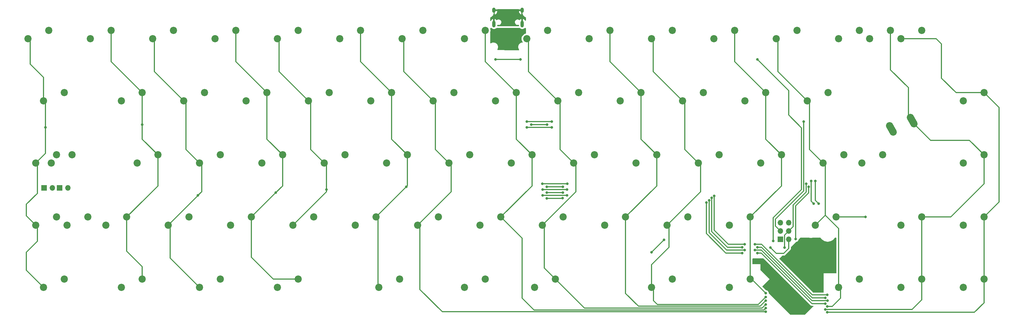
<source format=gbr>
%TF.GenerationSoftware,KiCad,Pcbnew,(5.99.0-11177-g6c67dfa032)*%
%TF.CreationDate,2021-09-16T00:44:04+03:00*%
%TF.ProjectId,Charon_32U4_Solder,43686172-6f6e-45f3-9332-55345f536f6c,rev?*%
%TF.SameCoordinates,Original*%
%TF.FileFunction,Copper,L1,Top*%
%TF.FilePolarity,Positive*%
%FSLAX46Y46*%
G04 Gerber Fmt 4.6, Leading zero omitted, Abs format (unit mm)*
G04 Created by KiCad (PCBNEW (5.99.0-11177-g6c67dfa032)) date 2021-09-16 00:44:04*
%MOMM*%
%LPD*%
G01*
G04 APERTURE LIST*
%TA.AperFunction,ComponentPad*%
%ADD10C,2.200000*%
%TD*%
%TA.AperFunction,ComponentPad*%
%ADD11O,1.000000X2.100000*%
%TD*%
%TA.AperFunction,ComponentPad*%
%ADD12O,1.000000X1.600000*%
%TD*%
%TA.AperFunction,ComponentPad*%
%ADD13R,1.700000X1.700000*%
%TD*%
%TA.AperFunction,ComponentPad*%
%ADD14O,1.700000X1.700000*%
%TD*%
%TA.AperFunction,ViaPad*%
%ADD15C,0.800000*%
%TD*%
%TA.AperFunction,Conductor*%
%ADD16C,0.350000*%
%TD*%
%TA.AperFunction,Conductor*%
%ADD17C,0.300000*%
%TD*%
%TA.AperFunction,Conductor*%
%ADD18C,2.200000*%
%TD*%
G04 APERTURE END LIST*
D10*
%TO.P,K70,1,1*%
%TO.N,/col14*%
X347821250Y-129460625D03*
%TO.P,K70,2,2*%
%TO.N,Net-(K70-Pad2)*%
X341471250Y-132000625D03*
%TD*%
%TO.P,K57,1,1*%
%TO.N,Net-(K57-Pad1)*%
X302577500Y-110410625D03*
%TO.P,K57,2,2*%
%TO.N,/col12*%
X296227500Y-112950625D03*
%TD*%
%TO.P,K58,1,1*%
%TO.N,/col13*%
X328771250Y-110410625D03*
%TO.P,K58,2,2*%
%TO.N,Net-(K58-Pad2)*%
X322421250Y-112950625D03*
%TD*%
%TO.P,K31,1,1*%
%TO.N,Net-(K31-Pad1)*%
X69215000Y-91360625D03*
%TO.P,K31,2,2*%
%TO.N,/col0*%
X62865000Y-93900625D03*
%TD*%
%TO.P,K43a1,1,1*%
%TO.N,Net-(K43-Pad1)*%
X304958750Y-91360625D03*
%TO.P,K43a1,2,2*%
%TO.N,/col12*%
X298608750Y-93900625D03*
%TD*%
%TO.P,K7,1,1*%
%TO.N,Net-(K7-Pad1)*%
X176371250Y-53260625D03*
%TO.P,K7,2,2*%
%TO.N,/col6*%
X170021250Y-55800625D03*
%TD*%
%TO.P,K49,1,1*%
%TO.N,Net-(K49-Pad1)*%
X143033750Y-110410625D03*
%TO.P,K49,2,2*%
%TO.N,/col4*%
X136683750Y-112950625D03*
%TD*%
%TO.P,K64a1,1,1*%
%TO.N,Net-(K64-Pad1)*%
X195421250Y-129460625D03*
%TO.P,K64a1,2,2*%
%TO.N,/col5*%
X189071250Y-132000625D03*
%TD*%
%TO.P,K34,1,1*%
%TO.N,/col3*%
X133508750Y-91360625D03*
%TO.P,K34,2,2*%
%TO.N,Net-(K34-Pad2)*%
X127158750Y-93900625D03*
%TD*%
%TO.P,K9,1,1*%
%TO.N,Net-(K9-Pad1)*%
X214471250Y-53260625D03*
%TO.P,K9,2,2*%
%TO.N,/col8*%
X208121250Y-55800625D03*
%TD*%
%TO.P,K33,1,1*%
%TO.N,Net-(K33-Pad1)*%
X114458750Y-91360625D03*
%TO.P,K33,2,2*%
%TO.N,/col2*%
X108108750Y-93900625D03*
%TD*%
%TO.P,K56,1,1*%
%TO.N,/col11*%
X276383750Y-110410625D03*
%TO.P,K56,2,2*%
%TO.N,Net-(K56-Pad2)*%
X270033750Y-112950625D03*
%TD*%
%TO.P,K54,1,1*%
%TO.N,/col9*%
X238283750Y-110410625D03*
%TO.P,K54,2,2*%
%TO.N,Net-(K54-Pad2)*%
X231933750Y-112950625D03*
%TD*%
%TO.P,K8,1,1*%
%TO.N,/col7*%
X195421250Y-53260625D03*
%TO.P,K8,2,2*%
%TO.N,Net-(K8-Pad2)*%
X189071250Y-55800625D03*
%TD*%
%TO.P,K24,1,1*%
%TO.N,Net-(K24-Pad1)*%
X223996250Y-72310625D03*
%TO.P,K24,2,2*%
%TO.N,/col8*%
X217646250Y-74850625D03*
%TD*%
%TO.P,K40,1,1*%
%TO.N,/col9*%
X247808750Y-91360625D03*
%TO.P,K40,2,2*%
%TO.N,Net-(K40-Pad2)*%
X241458750Y-93900625D03*
%TD*%
%TO.P,K11,1,1*%
%TO.N,Net-(K11-Pad1)*%
X252571250Y-53260625D03*
%TO.P,K11,2,2*%
%TO.N,/col10*%
X246221250Y-55800625D03*
%TD*%
%TO.P,K31a1,1,1*%
%TO.N,Net-(K31-Pad1)*%
X64452500Y-91360625D03*
%TO.P,K31a1,2,2*%
%TO.N,/col0*%
X58102500Y-93900625D03*
%TD*%
%TO.P,K15,1,1*%
%TO.N,Net-(K15-Pad1)*%
X328771250Y-53260625D03*
%TO.P,K15,2,2*%
%TO.N,/col14*%
X322421250Y-55800625D03*
%TD*%
%TO.P,K52,1,1*%
%TO.N,/col7*%
X200183750Y-110410625D03*
%TO.P,K52,2,2*%
%TO.N,Net-(K52-Pad2)*%
X193833750Y-112950625D03*
%TD*%
%TO.P,K53,1,1*%
%TO.N,Net-(K53-Pad1)*%
X219233750Y-110410625D03*
%TO.P,K53,2,2*%
%TO.N,/col8*%
X212883750Y-112950625D03*
%TD*%
%TO.P,K10,1,1*%
%TO.N,/col9*%
X233521250Y-53260625D03*
%TO.P,K10,2,2*%
%TO.N,Net-(K10-Pad2)*%
X227171250Y-55800625D03*
%TD*%
%TO.P,K63,1,1*%
%TO.N,/col3*%
X138271250Y-129460625D03*
%TO.P,K63,2,2*%
%TO.N,Net-(K63-Pad2)*%
X131921250Y-132000625D03*
%TD*%
%TO.P,K27,1,1*%
%TO.N,/col11*%
X281146250Y-72310625D03*
%TO.P,K27,2,2*%
%TO.N,Net-(K27-Pad2)*%
X274796250Y-74850625D03*
%TD*%
%TO.P,K51,1,1*%
%TO.N,Net-(K51-Pad1)*%
X181133750Y-110410625D03*
%TO.P,K51,2,2*%
%TO.N,/col6*%
X174783750Y-112950625D03*
%TD*%
%TO.P,K5,1,1*%
%TO.N,Net-(K5-Pad1)*%
X138271250Y-53260625D03*
%TO.P,K5,2,2*%
%TO.N,/col4*%
X131921250Y-55800625D03*
%TD*%
%TO.P,K50,1,1*%
%TO.N,/col5*%
X162083750Y-110410625D03*
%TO.P,K50,2,2*%
%TO.N,Net-(K50-Pad2)*%
X155733750Y-112950625D03*
%TD*%
%TO.P,K41,1,1*%
%TO.N,Net-(K41-Pad1)*%
X266858750Y-91360625D03*
%TO.P,K41,2,2*%
%TO.N,/col10*%
X260508750Y-93900625D03*
%TD*%
%TO.P,K17,1,1*%
%TO.N,/col1*%
X90646250Y-72310625D03*
%TO.P,K17,2,2*%
%TO.N,Net-(K17-Pad2)*%
X84296250Y-74850625D03*
%TD*%
%TO.P,K38,1,1*%
%TO.N,/col7*%
X209708750Y-91360625D03*
%TO.P,K38,2,2*%
%TO.N,Net-(K38-Pad2)*%
X203358750Y-93900625D03*
%TD*%
%TO.P,K64,1,1*%
%TO.N,Net-(K64-Pad1)*%
X169227500Y-129460625D03*
%TO.P,K64,2,2*%
%TO.N,/col5*%
X162877500Y-132000625D03*
%TD*%
%TO.P,K19,1,1*%
%TO.N,/col3*%
X128746250Y-72310625D03*
%TO.P,K19,2,2*%
%TO.N,Net-(K19-Pad2)*%
X122396250Y-74850625D03*
%TD*%
%TO.P,K29a1,1,1*%
%TO.N,/col13*%
X326390000Y-81835625D03*
%TO.P,K29a1,2,2*%
%TO.N,Net-(K29-Pad1)*%
X320040000Y-84375625D03*
%TD*%
%TO.P,K3,1,1*%
%TO.N,Net-(K3-Pad1)*%
X100171250Y-53260625D03*
%TO.P,K3,2,2*%
%TO.N,/col2*%
X93821250Y-55800625D03*
%TD*%
%TO.P,K29,1,1*%
%TO.N,Net-(K29-Pad1)*%
X318928750Y-82470625D03*
%TO.P,K29,2,2*%
%TO.N,/col13*%
X325278750Y-79930625D03*
%TD*%
%TO.P,K4,1,1*%
%TO.N,/col3*%
X119221250Y-53260625D03*
%TO.P,K4,2,2*%
%TO.N,Net-(K4-Pad2)*%
X112871250Y-55800625D03*
%TD*%
%TO.P,K37,1,1*%
%TO.N,Net-(K37-Pad1)*%
X190658750Y-91360625D03*
%TO.P,K37,2,2*%
%TO.N,/col6*%
X184308750Y-93900625D03*
%TD*%
%TO.P,K23,1,1*%
%TO.N,/col7*%
X204946250Y-72310625D03*
%TO.P,K23,2,2*%
%TO.N,Net-(K23-Pad2)*%
X198596250Y-74850625D03*
%TD*%
%TO.P,K32,1,1*%
%TO.N,/col1*%
X95408750Y-91360625D03*
%TO.P,K32,2,2*%
%TO.N,Net-(K32-Pad2)*%
X89058750Y-93900625D03*
%TD*%
%TO.P,K26,1,1*%
%TO.N,Net-(K26-Pad1)*%
X262096250Y-72310625D03*
%TO.P,K26,2,2*%
%TO.N,/col10*%
X255746250Y-74850625D03*
%TD*%
%TO.P,K18,1,1*%
%TO.N,Net-(K18-Pad1)*%
X109696250Y-72310625D03*
%TO.P,K18,2,2*%
%TO.N,/col2*%
X103346250Y-74850625D03*
%TD*%
%TO.P,K22,1,1*%
%TO.N,Net-(K22-Pad1)*%
X185896250Y-72310625D03*
%TO.P,K22,2,2*%
%TO.N,/col6*%
X179546250Y-74850625D03*
%TD*%
%TO.P,K6,1,1*%
%TO.N,/col5*%
X157321250Y-53260625D03*
%TO.P,K6,2,2*%
%TO.N,Net-(K6-Pad2)*%
X150971250Y-55800625D03*
%TD*%
%TO.P,K42,1,1*%
%TO.N,/col11*%
X285908750Y-91360625D03*
%TO.P,K42,2,2*%
%TO.N,Net-(K42-Pad2)*%
X279558750Y-93900625D03*
%TD*%
%TO.P,K65,1,1*%
%TO.N,/col8*%
X216852500Y-129460625D03*
%TO.P,K65,2,2*%
%TO.N,Net-(K65-Pad2)*%
X210502500Y-132000625D03*
%TD*%
%TO.P,K30,1,1*%
%TO.N,/col14*%
X347821250Y-72310625D03*
%TO.P,K30,2,2*%
%TO.N,Net-(K30-Pad2)*%
X341471250Y-74850625D03*
%TD*%
%TO.P,K12,1,1*%
%TO.N,/col11*%
X271621250Y-53260625D03*
%TO.P,K12,2,2*%
%TO.N,Net-(K12-Pad2)*%
X265271250Y-55800625D03*
%TD*%
%TO.P,K20,1,1*%
%TO.N,Net-(K20-Pad1)*%
X147796250Y-72310625D03*
%TO.P,K20,2,2*%
%TO.N,/col4*%
X141446250Y-74850625D03*
%TD*%
%TO.P,K48,1,1*%
%TO.N,/col3*%
X123983750Y-110410625D03*
%TO.P,K48,2,2*%
%TO.N,Net-(K48-Pad2)*%
X117633750Y-112950625D03*
%TD*%
%TO.P,K69,1,1*%
%TO.N,/col13*%
X328771250Y-129460625D03*
%TO.P,K69,2,2*%
%TO.N,Net-(K69-Pad2)*%
X322421250Y-132000625D03*
%TD*%
%TO.P,K45,1,1*%
%TO.N,Net-(K45-Pad1)*%
X64452500Y-110410625D03*
%TO.P,K45,2,2*%
%TO.N,/col0*%
X58102500Y-112950625D03*
%TD*%
%TO.P,K13,1,1*%
%TO.N,Net-(K13-Pad1)*%
X290671250Y-53260625D03*
%TO.P,K13,2,2*%
%TO.N,/col12*%
X284321250Y-55800625D03*
%TD*%
%TO.P,K61,1,1*%
%TO.N,/col1*%
X90646250Y-129460625D03*
%TO.P,K61,2,2*%
%TO.N,Net-(K61-Pad2)*%
X84296250Y-132000625D03*
%TD*%
%TO.P,K43,1,1*%
%TO.N,Net-(K43-Pad1)*%
X316865000Y-91360625D03*
%TO.P,K43,2,2*%
%TO.N,/col12*%
X310515000Y-93900625D03*
%TD*%
%TO.P,K47,1,1*%
%TO.N,Net-(K47-Pad1)*%
X104933750Y-110410625D03*
%TO.P,K47,2,2*%
%TO.N,/col2*%
X98583750Y-112950625D03*
%TD*%
%TO.P,K28,1,1*%
%TO.N,Net-(K28-Pad1)*%
X300196250Y-72310625D03*
%TO.P,K28,2,2*%
%TO.N,/col12*%
X293846250Y-74850625D03*
%TD*%
%TO.P,K36,1,1*%
%TO.N,/col5*%
X171608750Y-91360625D03*
%TO.P,K36,2,2*%
%TO.N,Net-(K36-Pad2)*%
X165258750Y-93900625D03*
%TD*%
%TO.P,K39,1,1*%
%TO.N,Net-(K39-Pad1)*%
X228758750Y-91360625D03*
%TO.P,K39,2,2*%
%TO.N,/col8*%
X222408750Y-93900625D03*
%TD*%
%TO.P,K62,1,1*%
%TO.N,Net-(K62-Pad1)*%
X114458750Y-129460625D03*
%TO.P,K62,2,2*%
%TO.N,/col2*%
X108108750Y-132000625D03*
%TD*%
%TO.P,K59,1,1*%
%TO.N,/col14*%
X347821250Y-110410625D03*
%TO.P,K59,2,2*%
%TO.N,Net-(K59-Pad2)*%
X341471250Y-112950625D03*
%TD*%
%TO.P,K60,1,1*%
%TO.N,Net-(K60-Pad1)*%
X66833750Y-129460625D03*
%TO.P,K60,2,2*%
%TO.N,/col0*%
X60483750Y-132000625D03*
%TD*%
%TO.P,K67,1,1*%
%TO.N,/col11*%
X276383750Y-129460625D03*
%TO.P,K67,2,2*%
%TO.N,Net-(K67-Pad2)*%
X270033750Y-132000625D03*
%TD*%
%TO.P,K44,1,1*%
%TO.N,/col13*%
X347821250Y-91360625D03*
%TO.P,K44,2,2*%
%TO.N,Net-(K44-Pad2)*%
X341471250Y-93900625D03*
%TD*%
%TO.P,K1,1,1*%
%TO.N,Net-(K1-Pad1)*%
X62071250Y-53260625D03*
%TO.P,K1,2,2*%
%TO.N,/col0*%
X55721250Y-55800625D03*
%TD*%
%TO.P,K46,1,1*%
%TO.N,/col1*%
X85883750Y-110410625D03*
%TO.P,K46,2,2*%
%TO.N,Net-(K46-Pad2)*%
X79533750Y-112950625D03*
%TD*%
%TO.P,K55,1,1*%
%TO.N,Net-(K55-Pad1)*%
X257333750Y-110410625D03*
%TO.P,K55,2,2*%
%TO.N,/col10*%
X250983750Y-112950625D03*
%TD*%
%TO.P,K21,1,1*%
%TO.N,/col5*%
X166846250Y-72310625D03*
%TO.P,K21,2,2*%
%TO.N,Net-(K21-Pad2)*%
X160496250Y-74850625D03*
%TD*%
%TO.P,K68,1,1*%
%TO.N,Net-(K68-Pad1)*%
X309721250Y-129460625D03*
%TO.P,K68,2,2*%
%TO.N,/col12*%
X303371250Y-132000625D03*
%TD*%
%TO.P,K66,1,1*%
%TO.N,Net-(K66-Pad1)*%
X252571250Y-129460625D03*
%TO.P,K66,2,2*%
%TO.N,/col10*%
X246221250Y-132000625D03*
%TD*%
%TO.P,K16,1,1*%
%TO.N,Net-(K16-Pad1)*%
X66833750Y-72310625D03*
%TO.P,K16,2,2*%
%TO.N,/col0*%
X60483750Y-74850625D03*
%TD*%
%TO.P,K2,1,1*%
%TO.N,/col1*%
X81121250Y-53260625D03*
%TO.P,K2,2,2*%
%TO.N,Net-(K2-Pad2)*%
X74771250Y-55800625D03*
%TD*%
%TO.P,K45a1,1,1*%
%TO.N,Net-(K45-Pad1)*%
X73977500Y-110410625D03*
%TO.P,K45a1,2,2*%
%TO.N,/col0*%
X67627500Y-112950625D03*
%TD*%
%TO.P,K35,1,1*%
%TO.N,Net-(K35-Pad1)*%
X152558750Y-91360625D03*
%TO.P,K35,2,2*%
%TO.N,/col4*%
X146208750Y-93900625D03*
%TD*%
%TO.P,K14,1,1*%
%TO.N,/col13*%
X309721250Y-53260625D03*
%TO.P,K14,2,2*%
%TO.N,Net-(K14-Pad2)*%
X303371250Y-55800625D03*
%TD*%
%TO.P,K14a1,1,1*%
%TO.N,/col13*%
X319246250Y-53260625D03*
%TO.P,K14a1,2,2*%
%TO.N,Net-(K14-Pad2)*%
X312896250Y-55800625D03*
%TD*%
%TO.P,K25,1,1*%
%TO.N,/col9*%
X243046250Y-72310625D03*
%TO.P,K25,2,2*%
%TO.N,Net-(K25-Pad2)*%
X236696250Y-74850625D03*
%TD*%
D11*
%TO.P,J1,S1,SHIELD*%
%TO.N,Net-(FB1-Pad1)*%
X198086250Y-51270000D03*
D12*
X198086250Y-47090000D03*
D11*
X206726250Y-51270000D03*
D12*
X206726250Y-47090000D03*
%TD*%
D13*
%TO.P,LED1,1,K*%
%TO.N,Earth*%
X60622500Y-101520625D03*
D14*
%TO.P,LED1,2,A*%
%TO.N,Net-(R6-Pad2)*%
X63162500Y-101520625D03*
%TD*%
D13*
%TO.P,ISP1,1,Pin_1*%
%TO.N,/MISO*%
X285591250Y-117268625D03*
D14*
%TO.P,ISP1,2,Pin_2*%
%TO.N,+5V*%
X288131250Y-117268625D03*
%TO.P,ISP1,3,Pin_3*%
%TO.N,/SCL*%
X285591250Y-114728625D03*
%TO.P,ISP1,4,Pin_4*%
%TO.N,/MOSI*%
X288131250Y-114728625D03*
%TO.P,ISP1,5,Pin_5*%
%TO.N,/RES*%
X285591250Y-112188625D03*
%TO.P,ISP1,6,Pin_6*%
%TO.N,Earth*%
X288131250Y-112188625D03*
%TD*%
D13*
%TO.P,LED1a1,1,K*%
%TO.N,Earth*%
X65385000Y-101520625D03*
D14*
%TO.P,LED1a1,2,A*%
%TO.N,Net-(R6-Pad2)*%
X67925000Y-101520625D03*
%TD*%
D15*
%TO.N,+5V*%
X282543250Y-119827375D03*
%TO.N,Earth*%
X290417250Y-136318625D03*
X290417250Y-123110625D03*
X285845250Y-129460625D03*
X296513250Y-123999625D03*
X214217250Y-104695625D03*
X296386250Y-118919625D03*
X301593250Y-122983625D03*
X197510400Y-55219600D03*
X301593250Y-121459625D03*
X301593250Y-118284625D03*
X278733250Y-123872625D03*
X298206250Y-128315625D03*
X292449250Y-124692771D03*
X289147250Y-132762625D03*
X301593250Y-119935625D03*
X282289250Y-128444625D03*
X289655250Y-126412625D03*
X290417250Y-119554625D03*
X205656250Y-55219600D03*
X301593250Y-124634625D03*
X292703250Y-129460625D03*
X201481750Y-58899425D03*
X296386250Y-120697625D03*
X219077847Y-104661028D03*
%TO.N,/MISO*%
X250031250Y-117395625D03*
X290290250Y-117141625D03*
X294227250Y-101203125D03*
X246221250Y-121205625D03*
%TO.N,/SCL*%
X208121250Y-81200625D03*
X292703250Y-81200625D03*
X215741250Y-81200625D03*
%TO.N,/MOSI*%
X212883750Y-100250625D03*
X220503750Y-100250625D03*
X286861250Y-119808625D03*
X293465250Y-100250625D03*
%TO.N,/col0*%
X208121250Y-82978625D03*
X295751250Y-106346625D03*
X294989250Y-99361625D03*
X215741250Y-82978625D03*
X61055250Y-82978625D03*
%TO.N,/col1*%
X214344250Y-82089625D03*
X296259250Y-99361625D03*
X90646250Y-82089625D03*
X209518250Y-82089625D03*
X297275250Y-106346625D03*
%TO.N,/col2*%
X273907250Y-121459625D03*
X220440250Y-103806625D03*
X262985250Y-105965625D03*
X107664250Y-103806625D03*
X299299504Y-136950195D03*
X278606250Y-121459625D03*
X212947250Y-103806625D03*
%TO.N,/col3*%
X274669250Y-120570625D03*
X219170250Y-102917625D03*
X263861750Y-105330625D03*
X214217250Y-102917625D03*
X131445000Y-102949375D03*
X277844250Y-120570625D03*
X299946717Y-136069901D03*
%TO.N,/col4*%
X220440250Y-102028625D03*
X146907250Y-102028625D03*
X273907250Y-119681625D03*
X264623750Y-104568625D03*
X278606250Y-119681625D03*
X212947250Y-102028625D03*
X299300802Y-135175625D03*
%TO.N,/col5*%
X299942250Y-134286625D03*
X274669250Y-118792625D03*
X214217250Y-101139625D03*
X171291250Y-101139625D03*
X265398250Y-103933625D03*
X277844250Y-118792625D03*
X219170250Y-101139625D03*
%TO.N,/col6*%
X281146250Y-139468225D03*
%TO.N,/col7*%
X281146250Y-138350625D03*
%TO.N,/col8*%
X281146250Y-137207625D03*
%TO.N,/col9*%
X281146250Y-136064625D03*
%TO.N,/col10*%
X281146250Y-134921625D03*
%TO.N,/col11*%
X281146250Y-133778625D03*
%TO.N,/col12*%
X299942250Y-137842625D03*
%TO.N,/col13*%
X299296150Y-138731625D03*
%TO.N,/col14*%
X299942250Y-139620625D03*
%TO.N,/row0*%
X198596250Y-62150625D03*
X278606250Y-62150625D03*
X206216250Y-62150625D03*
X283432250Y-117776625D03*
%TO.N,Net-(K57-Pad1)*%
X311626250Y-110410625D03*
%TD*%
D16*
%TO.N,+5V*%
X288131250Y-120062625D02*
X288131250Y-117268625D01*
X284302500Y-121586625D02*
X286607250Y-121586625D01*
X282543250Y-119827375D02*
X284302500Y-121586625D01*
X286607250Y-121586625D02*
X288131250Y-120062625D01*
%TO.N,Earth*%
X201974450Y-58899425D02*
X205654275Y-55219600D01*
X205654275Y-55219600D02*
X205656250Y-55219600D01*
X201481750Y-58899425D02*
X201974450Y-58899425D01*
X219077847Y-104661028D02*
X219043250Y-104695625D01*
X219043250Y-104695625D02*
X214217250Y-104695625D01*
X197510400Y-55219600D02*
X205656250Y-55219600D01*
D17*
%TO.N,/MISO*%
X294227250Y-103044625D02*
X290290250Y-106981625D01*
X290290250Y-106981625D02*
X290290250Y-117141625D01*
X294227250Y-101203125D02*
X294227250Y-103044625D01*
D16*
X250031250Y-117395625D02*
X246221250Y-121205625D01*
D17*
%TO.N,/SCL*%
X284067250Y-113204625D02*
X285591250Y-114728625D01*
X292703250Y-81200625D02*
X292703250Y-102409625D01*
D16*
X208121250Y-81200625D02*
X215741250Y-81200625D01*
D17*
X284067250Y-111045625D02*
X284067250Y-113204625D01*
X292703250Y-102409625D02*
X284067250Y-111045625D01*
%TO.N,/MOSI*%
X289528250Y-106727625D02*
X289528250Y-113331625D01*
X289528250Y-113331625D02*
X288131250Y-114728625D01*
X293465250Y-102790625D02*
X289528250Y-106727625D01*
X286861250Y-115998625D02*
X288131250Y-114728625D01*
D16*
X220503750Y-100250625D02*
X212883750Y-100250625D01*
D17*
X286861250Y-119808625D02*
X286861250Y-115998625D01*
X293465250Y-100250625D02*
X293465250Y-102790625D01*
D16*
%TO.N,/col0*%
X58578750Y-113426875D02*
X58578750Y-117871875D01*
X55245000Y-106515959D02*
X58578750Y-103182209D01*
X295001761Y-105597136D02*
X295751250Y-106346625D01*
X55245000Y-126761875D02*
X60483750Y-132000625D01*
X58578750Y-103182209D02*
X58578750Y-94376875D01*
X55245000Y-121205625D02*
X55245000Y-126761875D01*
X58578750Y-94376875D02*
X58102500Y-93900625D01*
X58102500Y-112950625D02*
X58578750Y-113426875D01*
X55721250Y-55800625D02*
X56371250Y-56450625D01*
X58102500Y-112950625D02*
X55245000Y-110093125D01*
X60483750Y-74850625D02*
X61055250Y-75422125D01*
X56371250Y-63562625D02*
X60483750Y-67675125D01*
X56371250Y-56450625D02*
X56371250Y-63562625D01*
X208121250Y-82978625D02*
X215741250Y-82978625D01*
X60483750Y-67675125D02*
X60483750Y-74850625D01*
X61055250Y-90947875D02*
X58102500Y-93900625D01*
X58578750Y-117871875D02*
X55245000Y-121205625D01*
X61055250Y-75422125D02*
X61055250Y-82978625D01*
X295001761Y-104200136D02*
X295001761Y-105597136D01*
X61055250Y-82978625D02*
X61055250Y-90947875D01*
X55245000Y-110093125D02*
X55245000Y-106515959D01*
X294989250Y-99361625D02*
X295001761Y-99374136D01*
X295001761Y-99374136D02*
X295001761Y-104200136D01*
%TO.N,/col1*%
X95408750Y-91360625D02*
X95408750Y-100885625D01*
X297275250Y-106346625D02*
X296259250Y-105330625D01*
X81121250Y-62785625D02*
X90646250Y-72310625D01*
X90646250Y-125650625D02*
X90646250Y-129460625D01*
X209518250Y-82089625D02*
X214344250Y-82089625D01*
X91503500Y-104790875D02*
X85883750Y-110410625D01*
X90646250Y-82089625D02*
X90646250Y-86598125D01*
X85883750Y-110410625D02*
X85883750Y-120888125D01*
X296259250Y-105330625D02*
X296259250Y-99361625D01*
X95408750Y-100885625D02*
X91503500Y-104790875D01*
X85883750Y-120888125D02*
X90646250Y-125650625D01*
X90646250Y-72310625D02*
X90646250Y-82089625D01*
X90646250Y-86598125D02*
X95408750Y-91360625D01*
X81121250Y-53260625D02*
X81121250Y-62785625D01*
%TO.N,/col2*%
X107664250Y-103870125D02*
X98583750Y-112950625D01*
X93821250Y-55800625D02*
X94329250Y-56308625D01*
X103981250Y-89773125D02*
X108108750Y-93900625D01*
X212947250Y-103806625D02*
X220440250Y-103806625D01*
X103981250Y-75485625D02*
X103981250Y-89773125D01*
X103346250Y-74850625D02*
X103981250Y-75485625D01*
X94329250Y-65833625D02*
X103346250Y-74850625D01*
X279749250Y-121459625D02*
X295239820Y-136950195D01*
X262985250Y-105965625D02*
X262985250Y-115490625D01*
X99155250Y-113522125D02*
X99155250Y-123047125D01*
X107664250Y-103806625D02*
X108807250Y-102663625D01*
X99155250Y-123047125D02*
X108108750Y-132000625D01*
X278606250Y-121459625D02*
X279749250Y-121459625D01*
X98583750Y-112950625D02*
X99155250Y-113522125D01*
X94329250Y-56308625D02*
X94329250Y-65833625D01*
X262985250Y-115490625D02*
X268954250Y-121459625D01*
X107664250Y-103806625D02*
X107664250Y-103870125D01*
X108807250Y-102663625D02*
X108807250Y-94599125D01*
X295239820Y-136950195D02*
X299299504Y-136950195D01*
X268954250Y-121459625D02*
X273907250Y-121459625D01*
X108807250Y-94599125D02*
X108108750Y-93900625D01*
%TO.N,/col3*%
X131445000Y-102949375D02*
X123983750Y-110410625D01*
X119221250Y-53260625D02*
X119221250Y-62785625D01*
X295248526Y-136069901D02*
X299946717Y-136069901D01*
X123983750Y-122793125D02*
X130651250Y-129460625D01*
X128746250Y-86598125D02*
X133508750Y-91360625D01*
X277844250Y-120570625D02*
X279749250Y-120570625D01*
X263874250Y-105343125D02*
X263874250Y-115236625D01*
X263861750Y-105330625D02*
X263874250Y-105343125D01*
X269208250Y-120570625D02*
X274669250Y-120570625D01*
X133508750Y-100885625D02*
X131445000Y-102949375D01*
X133508750Y-91360625D02*
X133508750Y-100885625D01*
X279749250Y-120570625D02*
X295248526Y-136069901D01*
X214217250Y-102917625D02*
X219170250Y-102917625D01*
X128746250Y-72310625D02*
X128746250Y-86598125D01*
X130651250Y-129460625D02*
X138271250Y-129460625D01*
X119221250Y-62785625D02*
X128746250Y-72310625D01*
X263874250Y-115236625D02*
X269208250Y-120570625D01*
X123983750Y-110410625D02*
X123983750Y-122793125D01*
%TO.N,/col4*%
X132429250Y-56308625D02*
X132429250Y-65833625D01*
X269462250Y-119681625D02*
X273907250Y-119681625D01*
X279876250Y-119681625D02*
X295370250Y-135175625D01*
X264636250Y-114855625D02*
X269462250Y-119681625D01*
X142081250Y-89773125D02*
X146208750Y-93900625D01*
X146907250Y-94599125D02*
X146208750Y-93900625D01*
X278606250Y-119681625D02*
X279876250Y-119681625D01*
X141446250Y-74850625D02*
X142081250Y-75485625D01*
X146907250Y-102727125D02*
X136683750Y-112950625D01*
X132429250Y-65833625D02*
X141446250Y-74850625D01*
X146907250Y-102028625D02*
X146907250Y-102727125D01*
X131921250Y-55800625D02*
X132429250Y-56308625D01*
X146907250Y-102028625D02*
X146907250Y-94599125D01*
X295370250Y-135175625D02*
X299300802Y-135175625D01*
X212947250Y-102028625D02*
X220440250Y-102028625D01*
X264636250Y-104581125D02*
X264636250Y-114855625D01*
X142081250Y-75485625D02*
X142081250Y-89773125D01*
X264623750Y-104568625D02*
X264636250Y-104581125D01*
%TO.N,/col5*%
X214217250Y-101139625D02*
X219170250Y-101139625D01*
X269716250Y-118792625D02*
X274669250Y-118792625D01*
X166846250Y-72310625D02*
X166846250Y-86598125D01*
X166846250Y-86598125D02*
X171608750Y-91360625D01*
X162655250Y-110982125D02*
X162655250Y-131778375D01*
X157321250Y-62785625D02*
X166846250Y-72310625D01*
X279876250Y-118792625D02*
X295370250Y-134286625D01*
X171608750Y-100822125D02*
X171608750Y-91360625D01*
X162655250Y-131778375D02*
X162877500Y-132000625D01*
X265398250Y-103933625D02*
X265398250Y-114474625D01*
X162083750Y-110410625D02*
X162655250Y-110982125D01*
X265398250Y-114474625D02*
X269716250Y-118792625D01*
X295370250Y-134286625D02*
X299942250Y-134286625D01*
X171291250Y-101139625D02*
X171608750Y-100822125D01*
X277844250Y-118792625D02*
X279876250Y-118792625D01*
X171291250Y-101203125D02*
X162083750Y-110410625D01*
X171291250Y-101139625D02*
X171291250Y-101203125D01*
X157321250Y-53260625D02*
X157321250Y-62785625D01*
%TO.N,/col6*%
X175482250Y-132635625D02*
X175482250Y-113649125D01*
X182314850Y-139468225D02*
X175482250Y-132635625D01*
X281146250Y-139468225D02*
X182314850Y-139468225D01*
X170529250Y-65833625D02*
X179546250Y-74850625D01*
X170529250Y-56308625D02*
X170529250Y-65833625D01*
X170021250Y-55800625D02*
X170529250Y-56308625D01*
X180181250Y-89773125D02*
X184308750Y-93900625D01*
X184308750Y-93900625D02*
X185007250Y-94599125D01*
X179546250Y-74850625D02*
X180181250Y-75485625D01*
X180181250Y-75485625D02*
X180181250Y-89773125D01*
X185007250Y-102727125D02*
X174783750Y-112950625D01*
X175482250Y-113649125D02*
X174783750Y-112950625D01*
X185007250Y-94599125D02*
X185007250Y-102727125D01*
%TO.N,/col7*%
X195421250Y-53260625D02*
X195421250Y-62785625D01*
X281146250Y-138350625D02*
X280587450Y-138909425D01*
X204946250Y-72310625D02*
X204946250Y-86598125D01*
X280587450Y-138909425D02*
X210331050Y-138909425D01*
X204946250Y-86598125D02*
X209708750Y-91360625D01*
X206724250Y-116951125D02*
X200183750Y-110410625D01*
X206724250Y-135302625D02*
X206724250Y-116951125D01*
X209708750Y-100885625D02*
X200183750Y-110410625D01*
X210331050Y-138909425D02*
X206724250Y-135302625D01*
X209708750Y-91360625D02*
X209708750Y-100885625D01*
X195421250Y-62785625D02*
X204946250Y-72310625D01*
%TO.N,/col8*%
X208629250Y-65833625D02*
X217646250Y-74850625D01*
X223107250Y-94599125D02*
X223107250Y-102727125D01*
X208629250Y-56308625D02*
X208629250Y-65833625D01*
X225742500Y-138350625D02*
X216852500Y-129460625D01*
X218281250Y-89773125D02*
X222408750Y-93900625D01*
X218281250Y-75485625D02*
X218281250Y-89773125D01*
X280003250Y-138350625D02*
X225742500Y-138350625D01*
X217646250Y-74850625D02*
X218281250Y-75485625D01*
X281146250Y-137207625D02*
X280003250Y-138350625D01*
X222408750Y-93900625D02*
X223107250Y-94599125D01*
X213455250Y-113522125D02*
X213455250Y-126063375D01*
X208121250Y-55800625D02*
X208629250Y-56308625D01*
X212883750Y-112950625D02*
X213455250Y-113522125D01*
X213455250Y-126063375D02*
X216852500Y-129460625D01*
X223107250Y-102727125D02*
X212883750Y-112950625D01*
%TO.N,/col9*%
X281146250Y-136064625D02*
X279419050Y-137791825D01*
X247808750Y-100885625D02*
X238283750Y-110410625D01*
X233521250Y-62785625D02*
X243046250Y-72310625D01*
X242233450Y-137791825D02*
X238283750Y-133842125D01*
X243046250Y-86598125D02*
X247808750Y-91360625D01*
X233521250Y-53260625D02*
X233521250Y-62785625D01*
X243046250Y-72310625D02*
X243046250Y-86598125D01*
X279419050Y-137791825D02*
X242233450Y-137791825D01*
X247808750Y-91360625D02*
X247808750Y-100885625D01*
X238283750Y-133842125D02*
X238283750Y-110410625D01*
%TO.N,/col10*%
X250983750Y-112950625D02*
X251555250Y-113522125D01*
X246729250Y-56308625D02*
X246729250Y-65833625D01*
X248024650Y-137233025D02*
X246856250Y-136064625D01*
X246856250Y-132635625D02*
X246221250Y-132000625D01*
X246856250Y-136064625D02*
X246856250Y-132635625D01*
X260508750Y-93900625D02*
X261207250Y-94599125D01*
X251555250Y-113522125D02*
X251555250Y-119681625D01*
X251555250Y-119681625D02*
X246221250Y-125015625D01*
X281146250Y-134921625D02*
X278834850Y-137233025D01*
X261207250Y-102727125D02*
X250983750Y-112950625D01*
X246221250Y-55800625D02*
X246729250Y-56308625D01*
X255746250Y-74850625D02*
X256381250Y-75485625D01*
X256381250Y-75485625D02*
X256381250Y-89773125D01*
X246729250Y-65833625D02*
X255746250Y-74850625D01*
X256381250Y-89773125D02*
X260508750Y-93900625D01*
X278834850Y-137233025D02*
X248024650Y-137233025D01*
X246221250Y-125015625D02*
X246221250Y-132000625D01*
X261207250Y-94599125D02*
X261207250Y-102727125D01*
%TO.N,/col11*%
X276383750Y-110410625D02*
X276383750Y-129460625D01*
X276828250Y-129460625D02*
X276383750Y-129460625D01*
X281146250Y-72310625D02*
X281146250Y-86598125D01*
X271621250Y-62785625D02*
X281146250Y-72310625D01*
X281146250Y-86598125D02*
X285908750Y-91360625D01*
X281146250Y-133778625D02*
X276828250Y-129460625D01*
X271621250Y-53260625D02*
X271621250Y-62785625D01*
X285908750Y-91360625D02*
X285908750Y-100885625D01*
X285908750Y-100885625D02*
X276383750Y-110410625D01*
%TO.N,/col12*%
X303371250Y-113934875D02*
X303371250Y-132000625D01*
X304006250Y-135302625D02*
X304006250Y-132635625D01*
X299307250Y-109870875D02*
X303371250Y-113934875D01*
X299307250Y-109870875D02*
X296227500Y-112950625D01*
X299942250Y-137842625D02*
X301466250Y-137842625D01*
X301466250Y-137842625D02*
X304006250Y-135302625D01*
X284829250Y-65833625D02*
X293846250Y-74850625D01*
X299307250Y-94599125D02*
X299307250Y-109870875D01*
X294481250Y-75485625D02*
X294481250Y-89773125D01*
X298608750Y-93900625D02*
X299307250Y-94599125D01*
X304006250Y-132635625D02*
X303371250Y-132000625D01*
X293846250Y-74850625D02*
X294481250Y-75485625D01*
X284829250Y-56308625D02*
X284829250Y-65833625D01*
X294481250Y-89773125D02*
X298608750Y-93900625D01*
X284321250Y-55800625D02*
X284829250Y-56308625D01*
D18*
%TO.N,/col13*%
X326390000Y-81835625D02*
X325278750Y-79930625D01*
D16*
X337661250Y-110410625D02*
X328771250Y-110410625D01*
X347821250Y-100250625D02*
X337661250Y-110410625D01*
X328771250Y-129460625D02*
X328771250Y-110410625D01*
X343376250Y-86915625D02*
X331470000Y-86915625D01*
X347821250Y-91360625D02*
X343376250Y-86915625D01*
X324707250Y-79359125D02*
X325278750Y-79930625D01*
X324707250Y-70786625D02*
X324707250Y-79359125D01*
X347821250Y-91360625D02*
X347821250Y-100250625D01*
X299296150Y-138731625D02*
X325850250Y-138731625D01*
X328771250Y-135810625D02*
X328771250Y-129460625D01*
X325850250Y-138731625D02*
X328771250Y-135810625D01*
X331470000Y-86915625D02*
X326390000Y-81835625D01*
X319246250Y-53260625D02*
X319246250Y-65325625D01*
X319246250Y-65325625D02*
X324707250Y-70786625D01*
%TO.N,/col14*%
X347821250Y-110410625D02*
X352393250Y-105838625D01*
X334803750Y-67865625D02*
X339248750Y-72310625D01*
X347821250Y-136699625D02*
X347821250Y-129460625D01*
X339248750Y-72310625D02*
X347821250Y-72310625D01*
X344900250Y-139620625D02*
X347821250Y-136699625D01*
X322421250Y-55800625D02*
X333216250Y-55800625D01*
X333216250Y-55800625D02*
X334803750Y-57388125D01*
X347821250Y-129460625D02*
X347821250Y-110410625D01*
X299942250Y-139620625D02*
X344900250Y-139620625D01*
X352393250Y-105838625D02*
X352393250Y-76882625D01*
X352393250Y-76882625D02*
X347821250Y-72310625D01*
X334803750Y-57388125D02*
X334803750Y-67865625D01*
D18*
%TO.N,Net-(K29-Pad1)*%
X318928750Y-82470625D02*
X320040000Y-84375625D01*
D16*
%TO.N,/row0*%
X288131250Y-71675625D02*
X278606250Y-62150625D01*
X283432250Y-117776625D02*
X283432250Y-110664625D01*
X283432250Y-110664625D02*
X292068250Y-102028625D01*
X288131250Y-79168625D02*
X288131250Y-71675625D01*
X206216250Y-62150625D02*
X198596250Y-62150625D01*
X292068250Y-83105625D02*
X288131250Y-79168625D01*
X292068250Y-102028625D02*
X292068250Y-83105625D01*
%TO.N,Net-(K57-Pad1)*%
X302577500Y-110410625D02*
X311626250Y-110410625D01*
%TD*%
%TA.AperFunction,Conductor*%
%TO.N,Net-(FB1-Pad1)*%
G36*
X205664372Y-46743627D02*
G01*
X205710865Y-46797283D01*
X205717147Y-46814128D01*
X205722725Y-46833124D01*
X205724115Y-46834329D01*
X205731798Y-46836000D01*
X206672250Y-46836000D01*
X206740371Y-46856002D01*
X206786864Y-46909658D01*
X206798250Y-46962000D01*
X206798250Y-47762417D01*
X206796504Y-47783322D01*
X206793179Y-47803085D01*
X206793026Y-47815624D01*
X206792217Y-47815614D01*
X206791807Y-47817444D01*
X206793283Y-47817417D01*
X206795422Y-47934529D01*
X206832623Y-48169411D01*
X206906110Y-48395582D01*
X206908356Y-48399989D01*
X206908358Y-48399995D01*
X206948303Y-48478391D01*
X207014073Y-48607472D01*
X207153855Y-48799864D01*
X207322011Y-48968020D01*
X207514403Y-49107802D01*
X207518820Y-49110052D01*
X207518819Y-49110052D01*
X207721880Y-49213517D01*
X207721886Y-49213519D01*
X207726293Y-49215765D01*
X207731002Y-49217295D01*
X207744187Y-49221579D01*
X207802793Y-49261653D01*
X207830429Y-49327050D01*
X207831250Y-49341412D01*
X207831250Y-50145399D01*
X207811248Y-50213520D01*
X207757592Y-50260013D01*
X207687318Y-50270117D01*
X207622738Y-50240623D01*
X207593998Y-50204552D01*
X207572888Y-50164849D01*
X207566106Y-50154640D01*
X207448940Y-50010981D01*
X207440296Y-50002277D01*
X207297462Y-49884114D01*
X207287291Y-49877254D01*
X207124219Y-49789082D01*
X207112920Y-49784332D01*
X206997557Y-49748620D01*
X206983455Y-49748414D01*
X206980250Y-49755170D01*
X206980250Y-51398000D01*
X206960248Y-51466121D01*
X206906592Y-51512614D01*
X206854250Y-51524000D01*
X206598250Y-51524000D01*
X206530129Y-51503998D01*
X206483636Y-51450342D01*
X206472250Y-51398000D01*
X206472250Y-49761948D01*
X206468277Y-49748417D01*
X206460482Y-49747297D01*
X206352693Y-49779021D01*
X206341309Y-49783620D01*
X206177028Y-49869504D01*
X206166767Y-49876218D01*
X206022291Y-49992380D01*
X206013530Y-50000959D01*
X205969202Y-50053787D01*
X205910093Y-50093113D01*
X205839105Y-50094239D01*
X205798620Y-50074731D01*
X205798263Y-50074471D01*
X205715296Y-50014192D01*
X205709268Y-50011508D01*
X205709266Y-50011507D01*
X205561265Y-49945613D01*
X205561264Y-49945613D01*
X205555234Y-49942928D01*
X205469544Y-49924714D01*
X205390311Y-49907872D01*
X205390307Y-49907872D01*
X205383854Y-49906500D01*
X205208646Y-49906500D01*
X205202193Y-49907872D01*
X205202189Y-49907872D01*
X205122956Y-49924714D01*
X205037266Y-49942928D01*
X205031237Y-49945613D01*
X205031235Y-49945613D01*
X204883235Y-50011507D01*
X204883233Y-50011508D01*
X204877205Y-50014192D01*
X204871864Y-50018072D01*
X204871863Y-50018073D01*
X204761399Y-50098330D01*
X204735458Y-50117177D01*
X204731045Y-50122079D01*
X204731043Y-50122080D01*
X204627118Y-50237500D01*
X204618220Y-50247382D01*
X204614920Y-50253098D01*
X204614917Y-50253102D01*
X204605094Y-50270117D01*
X204530616Y-50399118D01*
X204476473Y-50565751D01*
X204458159Y-50740000D01*
X204476473Y-50914249D01*
X204530616Y-51080882D01*
X204533919Y-51086603D01*
X204614917Y-51226898D01*
X204614920Y-51226902D01*
X204618220Y-51232618D01*
X204735458Y-51362823D01*
X204877204Y-51465808D01*
X204883232Y-51468492D01*
X204883234Y-51468493D01*
X205026067Y-51532086D01*
X205037266Y-51537072D01*
X205122956Y-51555286D01*
X205202189Y-51572128D01*
X205202193Y-51572128D01*
X205208646Y-51573500D01*
X205383854Y-51573500D01*
X205390307Y-51572128D01*
X205390311Y-51572128D01*
X205475093Y-51554107D01*
X205555234Y-51537072D01*
X205555610Y-51536905D01*
X205624285Y-51534944D01*
X205685082Y-51571608D01*
X205716405Y-51635321D01*
X205718250Y-51656804D01*
X205718250Y-51814625D01*
X205698248Y-51882746D01*
X205644592Y-51929239D01*
X205592250Y-51940625D01*
X199220250Y-51940625D01*
X199152129Y-51920623D01*
X199105636Y-51866967D01*
X199094250Y-51814625D01*
X199094250Y-51656804D01*
X199114252Y-51588683D01*
X199167908Y-51542190D01*
X199238182Y-51532086D01*
X199254690Y-51535925D01*
X199257266Y-51537072D01*
X199337407Y-51554107D01*
X199422189Y-51572128D01*
X199422193Y-51572128D01*
X199428646Y-51573500D01*
X199603854Y-51573500D01*
X199610307Y-51572128D01*
X199610311Y-51572128D01*
X199689544Y-51555286D01*
X199775234Y-51537072D01*
X199786433Y-51532086D01*
X199929266Y-51468493D01*
X199929268Y-51468492D01*
X199935296Y-51465808D01*
X200077042Y-51362823D01*
X200194280Y-51232618D01*
X200197580Y-51226902D01*
X200197583Y-51226898D01*
X200278581Y-51086603D01*
X200281884Y-51080882D01*
X200336027Y-50914249D01*
X200354341Y-50740000D01*
X200336027Y-50565751D01*
X200281884Y-50399118D01*
X200207406Y-50270117D01*
X200197583Y-50253102D01*
X200197580Y-50253098D01*
X200194280Y-50247382D01*
X200185382Y-50237500D01*
X200081457Y-50122080D01*
X200081455Y-50122079D01*
X200077042Y-50117177D01*
X199935296Y-50014192D01*
X199929268Y-50011508D01*
X199929266Y-50011507D01*
X199781265Y-49945613D01*
X199781264Y-49945613D01*
X199775234Y-49942928D01*
X199689544Y-49924714D01*
X199610311Y-49907872D01*
X199610307Y-49907872D01*
X199603854Y-49906500D01*
X199428646Y-49906500D01*
X199422193Y-49907872D01*
X199422189Y-49907872D01*
X199342956Y-49924714D01*
X199257266Y-49942928D01*
X199251237Y-49945613D01*
X199251235Y-49945613D01*
X199103235Y-50011507D01*
X199103233Y-50011508D01*
X199097205Y-50014192D01*
X199091864Y-50018072D01*
X199091863Y-50018073D01*
X199014238Y-50074471D01*
X198947370Y-50098330D01*
X198878219Y-50082249D01*
X198842535Y-50052172D01*
X198808941Y-50010983D01*
X198800296Y-50002277D01*
X198657462Y-49884114D01*
X198647291Y-49877254D01*
X198484219Y-49789082D01*
X198472920Y-49784332D01*
X198357557Y-49748620D01*
X198343455Y-49748414D01*
X198340250Y-49755170D01*
X198340250Y-51398000D01*
X198320248Y-51466121D01*
X198266592Y-51512614D01*
X198214250Y-51524000D01*
X197958250Y-51524000D01*
X197890129Y-51503998D01*
X197843636Y-51450342D01*
X197832250Y-51398000D01*
X197832250Y-49761948D01*
X197828277Y-49748417D01*
X197820482Y-49747297D01*
X197712693Y-49779021D01*
X197701309Y-49783620D01*
X197537028Y-49869504D01*
X197526767Y-49876218D01*
X197382291Y-49992380D01*
X197373531Y-50000958D01*
X197254369Y-50142970D01*
X197247443Y-50153084D01*
X197167665Y-50298201D01*
X197117319Y-50348259D01*
X197047903Y-50363153D01*
X196981453Y-50338152D01*
X196939069Y-50281195D01*
X196931250Y-50237500D01*
X196931250Y-49357658D01*
X196951252Y-49289537D01*
X197004908Y-49243044D01*
X197018313Y-49237825D01*
X197081498Y-49217295D01*
X197086207Y-49215765D01*
X197090614Y-49213519D01*
X197090620Y-49213517D01*
X197293681Y-49110052D01*
X197293680Y-49110052D01*
X197298097Y-49107802D01*
X197490489Y-48968020D01*
X197658645Y-48799864D01*
X197798427Y-48607472D01*
X197864197Y-48478391D01*
X197904142Y-48399995D01*
X197904144Y-48399989D01*
X197906390Y-48395582D01*
X197979877Y-48169411D01*
X198017078Y-47934529D01*
X198018958Y-47831566D01*
X198019058Y-47829726D01*
X198019321Y-47828163D01*
X198019387Y-47822720D01*
X198019415Y-47820483D01*
X198019415Y-47820479D01*
X198019474Y-47815624D01*
X198015523Y-47788036D01*
X198014250Y-47770173D01*
X198014250Y-47357548D01*
X198340250Y-47357548D01*
X198340250Y-48348052D01*
X198344223Y-48361583D01*
X198352018Y-48362703D01*
X198459807Y-48330979D01*
X198471191Y-48326380D01*
X198635472Y-48240496D01*
X198645733Y-48233782D01*
X198790209Y-48117620D01*
X198798969Y-48109042D01*
X198918131Y-47967030D01*
X198925057Y-47956916D01*
X199014368Y-47794458D01*
X199019196Y-47783194D01*
X199075252Y-47606484D01*
X199077800Y-47594497D01*
X199093857Y-47451339D01*
X199094250Y-47444315D01*
X199094250Y-47362115D01*
X199092909Y-47357548D01*
X205718250Y-47357548D01*
X205718250Y-47437912D01*
X205718551Y-47444060D01*
X205731941Y-47580626D01*
X205734324Y-47592661D01*
X205787904Y-47770124D01*
X205792579Y-47781466D01*
X205879607Y-47945144D01*
X205886394Y-47955360D01*
X206003560Y-48099019D01*
X206012204Y-48107723D01*
X206155038Y-48225886D01*
X206165209Y-48232746D01*
X206328281Y-48320918D01*
X206339580Y-48325668D01*
X206454943Y-48361380D01*
X206469045Y-48361586D01*
X206472250Y-48354830D01*
X206472250Y-47362115D01*
X206467775Y-47346876D01*
X206466385Y-47345671D01*
X206458702Y-47344000D01*
X205736365Y-47344000D01*
X205721126Y-47348475D01*
X205719921Y-47349865D01*
X205718250Y-47357548D01*
X199092909Y-47357548D01*
X199089775Y-47346876D01*
X199088385Y-47345671D01*
X199080702Y-47344000D01*
X198358365Y-47344000D01*
X198343126Y-47348475D01*
X198341921Y-47349865D01*
X198340250Y-47357548D01*
X198014250Y-47357548D01*
X198014250Y-46962000D01*
X198034252Y-46893879D01*
X198087908Y-46847386D01*
X198140250Y-46836000D01*
X199076135Y-46836000D01*
X199091374Y-46831525D01*
X199092579Y-46830135D01*
X199094165Y-46822843D01*
X199128190Y-46760530D01*
X199190502Y-46726505D01*
X199217286Y-46723625D01*
X205596251Y-46723625D01*
X205664372Y-46743627D01*
G37*
%TD.AperFunction*%
%TD*%
%TA.AperFunction,Conductor*%
%TO.N,Earth*%
G36*
X197348345Y-52518627D02*
G01*
X197366256Y-52533113D01*
X197367100Y-52534147D01*
X197433546Y-52589116D01*
X197514759Y-52656302D01*
X197514764Y-52656305D01*
X197519508Y-52660230D01*
X197524927Y-52663160D01*
X197524930Y-52663162D01*
X197688085Y-52751379D01*
X197688089Y-52751381D01*
X197693503Y-52754308D01*
X197699383Y-52756128D01*
X197699385Y-52756129D01*
X197718461Y-52762034D01*
X197882458Y-52812800D01*
X197888576Y-52813443D01*
X197888581Y-52813444D01*
X198073045Y-52832831D01*
X198073047Y-52832831D01*
X198079174Y-52833475D01*
X198162024Y-52825935D01*
X198270022Y-52816107D01*
X198270025Y-52816106D01*
X198276161Y-52815548D01*
X198282067Y-52813810D01*
X198282071Y-52813809D01*
X198460005Y-52761440D01*
X198460004Y-52761440D01*
X198465914Y-52759701D01*
X198641205Y-52668061D01*
X198795359Y-52544118D01*
X198799319Y-52539399D01*
X198803723Y-52535086D01*
X198805654Y-52537058D01*
X198854857Y-52504313D01*
X198892287Y-52498625D01*
X205920224Y-52498625D01*
X205988345Y-52518627D01*
X206006256Y-52533113D01*
X206007100Y-52534147D01*
X206073546Y-52589116D01*
X206154759Y-52656302D01*
X206154764Y-52656305D01*
X206159508Y-52660230D01*
X206164927Y-52663160D01*
X206164930Y-52663162D01*
X206328085Y-52751379D01*
X206328089Y-52751381D01*
X206333503Y-52754308D01*
X206339383Y-52756128D01*
X206339385Y-52756129D01*
X206358461Y-52762034D01*
X206522458Y-52812800D01*
X206528576Y-52813443D01*
X206528581Y-52813444D01*
X206713045Y-52832831D01*
X206713047Y-52832831D01*
X206719174Y-52833475D01*
X206802024Y-52825935D01*
X206910022Y-52816107D01*
X206910025Y-52816106D01*
X206916161Y-52815548D01*
X206922067Y-52813810D01*
X206922071Y-52813809D01*
X207100005Y-52761440D01*
X207100004Y-52761440D01*
X207105914Y-52759701D01*
X207281205Y-52668061D01*
X207435359Y-52544118D01*
X207439319Y-52539399D01*
X207443723Y-52535086D01*
X207445654Y-52537058D01*
X207494857Y-52504313D01*
X207532287Y-52498625D01*
X207705250Y-52498625D01*
X207773371Y-52518627D01*
X207819864Y-52572283D01*
X207831250Y-52624625D01*
X207831250Y-54116711D01*
X207811248Y-54184832D01*
X207757592Y-54231325D01*
X207734664Y-54239230D01*
X207685573Y-54251016D01*
X207622659Y-54266120D01*
X207618088Y-54268013D01*
X207618086Y-54268014D01*
X207393322Y-54361114D01*
X207393318Y-54361116D01*
X207388748Y-54363009D01*
X207172874Y-54495297D01*
X206980352Y-54659727D01*
X206815922Y-54852249D01*
X206683634Y-55068123D01*
X206586745Y-55302034D01*
X206527641Y-55548222D01*
X206507776Y-55800625D01*
X206527641Y-56053028D01*
X206586745Y-56299216D01*
X206683634Y-56533127D01*
X206815922Y-56749001D01*
X206819129Y-56752756D01*
X206819132Y-56752760D01*
X206837357Y-56774098D01*
X206866388Y-56838888D01*
X206855783Y-56909088D01*
X206808909Y-56962410D01*
X206756004Y-56979765D01*
X206756161Y-56980790D01*
X206535341Y-57014580D01*
X206323006Y-57083982D01*
X206124857Y-57187132D01*
X206120724Y-57190235D01*
X206120721Y-57190237D01*
X206056786Y-57238241D01*
X205946215Y-57321260D01*
X205791879Y-57482763D01*
X205788965Y-57487035D01*
X205788964Y-57487036D01*
X205780783Y-57499029D01*
X205665993Y-57667305D01*
X205571938Y-57869930D01*
X205512239Y-58085195D01*
X205488501Y-58307320D01*
X205488798Y-58312473D01*
X205488798Y-58312476D01*
X205494261Y-58407215D01*
X205501360Y-58530340D01*
X205502497Y-58535386D01*
X205502498Y-58535392D01*
X205522369Y-58623564D01*
X205550472Y-58748264D01*
X205634516Y-58955241D01*
X205637215Y-58959645D01*
X205751237Y-59145713D01*
X205749681Y-59146667D01*
X205771074Y-59205961D01*
X205755239Y-59275169D01*
X205704500Y-59324830D01*
X205644360Y-59339596D01*
X203331342Y-59322205D01*
X199249547Y-59291514D01*
X199181578Y-59271001D01*
X199135490Y-59216997D01*
X199124688Y-59172507D01*
X199120551Y-59098038D01*
X199133400Y-59035222D01*
X199226386Y-58847078D01*
X199226387Y-58847076D01*
X199228680Y-58842436D01*
X199293620Y-58628694D01*
X199322779Y-58407215D01*
X199324406Y-58340625D01*
X199306102Y-58117986D01*
X199251681Y-57901327D01*
X199162604Y-57696465D01*
X199041264Y-57508902D01*
X199037782Y-57505076D01*
X199037349Y-57504513D01*
X199034363Y-57499029D01*
X199031574Y-57496454D01*
X199031250Y-57490625D01*
X199024349Y-57489783D01*
X199021340Y-57487005D01*
X198894401Y-57347501D01*
X198894398Y-57347498D01*
X198890920Y-57343676D01*
X198886869Y-57340477D01*
X198886865Y-57340473D01*
X198719664Y-57208425D01*
X198719660Y-57208423D01*
X198715609Y-57205223D01*
X198520039Y-57097263D01*
X198515170Y-57095539D01*
X198515166Y-57095537D01*
X198314337Y-57024420D01*
X198314333Y-57024419D01*
X198309462Y-57022694D01*
X198304369Y-57021787D01*
X198304366Y-57021786D01*
X198094623Y-56984425D01*
X198094617Y-56984424D01*
X198089534Y-56983519D01*
X198015702Y-56982617D01*
X197871331Y-56980853D01*
X197871329Y-56980853D01*
X197866161Y-56980790D01*
X197645341Y-57014580D01*
X197433006Y-57083982D01*
X197234857Y-57187132D01*
X197230724Y-57190235D01*
X197230721Y-57190237D01*
X197182903Y-57226140D01*
X197116418Y-57251046D01*
X197047022Y-57236054D01*
X196996749Y-57185923D01*
X196981250Y-57125380D01*
X196981250Y-53667935D01*
X196984731Y-53638521D01*
X197013704Y-53517841D01*
X197013705Y-53517835D01*
X197014859Y-53513028D01*
X197034724Y-53260625D01*
X197014859Y-53008222D01*
X196984731Y-52882729D01*
X196981250Y-52853315D01*
X196981250Y-52624625D01*
X197001252Y-52556504D01*
X197054908Y-52510011D01*
X197107250Y-52498625D01*
X197280224Y-52498625D01*
X197348345Y-52518627D01*
G37*
%TD.AperFunction*%
%TD*%
%TA.AperFunction,Conductor*%
%TO.N,Earth*%
G36*
X280449566Y-123130627D02*
G01*
X280470540Y-123147530D01*
X294736884Y-137413874D01*
X294742738Y-137420140D01*
X294779124Y-137461850D01*
X294785338Y-137466217D01*
X294829453Y-137497222D01*
X294834748Y-137501155D01*
X294883158Y-137539113D01*
X294890077Y-137542237D01*
X294894353Y-137544827D01*
X294903840Y-137550238D01*
X294908257Y-137552606D01*
X294914469Y-137556972D01*
X294962259Y-137575605D01*
X294971781Y-137579317D01*
X294977862Y-137581873D01*
X295033930Y-137607189D01*
X295041398Y-137608573D01*
X295046242Y-137610091D01*
X295056628Y-137613050D01*
X295061524Y-137614307D01*
X295068597Y-137617065D01*
X295076127Y-137618056D01*
X295076130Y-137618057D01*
X295129595Y-137625095D01*
X295136112Y-137626127D01*
X295176945Y-137633695D01*
X295196589Y-137637336D01*
X295204169Y-137636899D01*
X295204170Y-137636899D01*
X295256109Y-137633904D01*
X295263362Y-137633695D01*
X295586565Y-137633695D01*
X295654686Y-137653697D01*
X295701179Y-137707353D01*
X295711283Y-137777627D01*
X295681789Y-137842207D01*
X295674663Y-137849776D01*
X293165855Y-140302833D01*
X293146896Y-140318083D01*
X293098748Y-140349671D01*
X293097358Y-140350583D01*
X293052476Y-140368879D01*
X293017572Y-140375719D01*
X292994338Y-140380273D01*
X292970105Y-140382625D01*
X288755213Y-140382625D01*
X288730632Y-140380204D01*
X288725504Y-140379184D01*
X288671714Y-140368484D01*
X288626294Y-140349671D01*
X288576343Y-140316295D01*
X288557250Y-140300625D01*
X282094183Y-133837558D01*
X282060157Y-133775246D01*
X282057968Y-133761633D01*
X282040482Y-133595260D01*
X282040482Y-133595258D01*
X282039792Y-133588697D01*
X281980777Y-133407069D01*
X281885290Y-133241681D01*
X281795108Y-133141523D01*
X281761925Y-133104670D01*
X281761924Y-133104669D01*
X281757503Y-133099759D01*
X281603002Y-132987507D01*
X281596974Y-132984823D01*
X281596972Y-132984822D01*
X281434569Y-132912516D01*
X281434568Y-132912516D01*
X281428538Y-132909831D01*
X281310763Y-132884797D01*
X281248193Y-132871497D01*
X281248190Y-132871497D01*
X281241737Y-132870125D01*
X281241804Y-132869808D01*
X281179469Y-132844163D01*
X281169200Y-132834960D01*
X280150123Y-131815883D01*
X280116097Y-131753571D01*
X280115639Y-131702207D01*
X280120944Y-131675536D01*
X280139758Y-131630115D01*
X280173134Y-131580164D01*
X280188804Y-131561071D01*
X282289250Y-129460625D01*
X279577250Y-126748625D01*
X279561580Y-126729532D01*
X279528204Y-126679581D01*
X279509390Y-126634160D01*
X279497671Y-126575243D01*
X279495250Y-126550662D01*
X279495250Y-124888625D01*
X277193250Y-124888625D01*
X277125129Y-124868623D01*
X277078636Y-124814967D01*
X277067250Y-124762625D01*
X277067250Y-123236625D01*
X277087252Y-123168504D01*
X277140908Y-123122011D01*
X277193250Y-123110625D01*
X280381445Y-123110625D01*
X280449566Y-123130627D01*
G37*
%TD.AperFunction*%
%TA.AperFunction,Conductor*%
G36*
X294496692Y-116768915D02*
G01*
X294577192Y-116799655D01*
X294582260Y-116800686D01*
X294582263Y-116800687D01*
X294689517Y-116822508D01*
X294796097Y-116844192D01*
X294801272Y-116844382D01*
X294801274Y-116844382D01*
X295014173Y-116852189D01*
X295014177Y-116852189D01*
X295019337Y-116852378D01*
X295024457Y-116851722D01*
X295024459Y-116851722D01*
X295235788Y-116824650D01*
X295235789Y-116824650D01*
X295240916Y-116823993D01*
X295245866Y-116822508D01*
X295434419Y-116765939D01*
X295470627Y-116760625D01*
X297803195Y-116760625D01*
X297871316Y-116780627D01*
X297909580Y-116819111D01*
X297993722Y-116951697D01*
X298004068Y-116968000D01*
X298205267Y-117211207D01*
X298208157Y-117213921D01*
X298208158Y-117213922D01*
X298230473Y-117234877D01*
X298435360Y-117427279D01*
X298690721Y-117612809D01*
X298967321Y-117764872D01*
X298970990Y-117766325D01*
X298970995Y-117766327D01*
X299257128Y-117879615D01*
X299260798Y-117881068D01*
X299566525Y-117959565D01*
X299879679Y-117999125D01*
X300195321Y-117999125D01*
X300508475Y-117959565D01*
X300814202Y-117881068D01*
X300817872Y-117879615D01*
X301104005Y-117766327D01*
X301104010Y-117766325D01*
X301107679Y-117764872D01*
X301384279Y-117612809D01*
X301639640Y-117427279D01*
X301844527Y-117234877D01*
X301866842Y-117213922D01*
X301866843Y-117213921D01*
X301869733Y-117211207D01*
X302070932Y-116968000D01*
X302081279Y-116951697D01*
X302165420Y-116819111D01*
X302218809Y-116772312D01*
X302271805Y-116760625D01*
X302561750Y-116760625D01*
X302629871Y-116780627D01*
X302676364Y-116834283D01*
X302687750Y-116886625D01*
X302687750Y-127556625D01*
X302667748Y-127624746D01*
X302614092Y-127671239D01*
X302561750Y-127682625D01*
X298799250Y-127682625D01*
X298799250Y-133477125D01*
X298779248Y-133545246D01*
X298725592Y-133591739D01*
X298673250Y-133603125D01*
X295705555Y-133603125D01*
X295637434Y-133583123D01*
X295616460Y-133566220D01*
X285325513Y-123275273D01*
X285291487Y-123212961D01*
X285296552Y-123142146D01*
X285321492Y-123110625D01*
X285337250Y-123110625D01*
X286140845Y-122307030D01*
X286203157Y-122273004D01*
X286229940Y-122270125D01*
X286579498Y-122270125D01*
X286588067Y-122270417D01*
X286635707Y-122273665D01*
X286635711Y-122273665D01*
X286643283Y-122274181D01*
X286650760Y-122272876D01*
X286650762Y-122272876D01*
X286688380Y-122266310D01*
X286703890Y-122263603D01*
X286710408Y-122262642D01*
X286771480Y-122255251D01*
X286778584Y-122252567D01*
X286783477Y-122251365D01*
X286793944Y-122248501D01*
X286798769Y-122247044D01*
X286806248Y-122245739D01*
X286813201Y-122242687D01*
X286813204Y-122242686D01*
X286862580Y-122221013D01*
X286868683Y-122218522D01*
X286919119Y-122199463D01*
X286919121Y-122199462D01*
X286926229Y-122196776D01*
X286932494Y-122192470D01*
X286936987Y-122190121D01*
X286946420Y-122184871D01*
X286950766Y-122182301D01*
X286957725Y-122179246D01*
X286964817Y-122173804D01*
X287006535Y-122141794D01*
X287011870Y-122137918D01*
X287056298Y-122107383D01*
X287056304Y-122107378D01*
X287062563Y-122103076D01*
X287102229Y-122058556D01*
X287107209Y-122053281D01*
X288594929Y-120565561D01*
X288601195Y-120559707D01*
X288637178Y-120528317D01*
X288642905Y-120523321D01*
X288678272Y-120472998D01*
X288682198Y-120467713D01*
X288715479Y-120425268D01*
X288715481Y-120425264D01*
X288720168Y-120419287D01*
X288723294Y-120412364D01*
X288725894Y-120408071D01*
X288731293Y-120398605D01*
X288733661Y-120394188D01*
X288738027Y-120387976D01*
X288760372Y-120330664D01*
X288762928Y-120324583D01*
X288765509Y-120318866D01*
X288788244Y-120268515D01*
X288789628Y-120261047D01*
X288791146Y-120256203D01*
X288794105Y-120245817D01*
X288795362Y-120240921D01*
X288798120Y-120233848D01*
X288802699Y-120199069D01*
X288806150Y-120172850D01*
X288807182Y-120166333D01*
X288817007Y-120113323D01*
X288818391Y-120105856D01*
X288814959Y-120046335D01*
X288814750Y-120039083D01*
X288814750Y-119685315D01*
X288834752Y-119617194D01*
X288851655Y-119596220D01*
X290374600Y-118073275D01*
X290437498Y-118039123D01*
X290475235Y-118031101D01*
X290572538Y-118010419D01*
X290597905Y-117999125D01*
X290740972Y-117935428D01*
X290740974Y-117935427D01*
X290747002Y-117932743D01*
X290759269Y-117923831D01*
X290820126Y-117879615D01*
X290901503Y-117820491D01*
X290946573Y-117770436D01*
X291024871Y-117683477D01*
X291024872Y-117683476D01*
X291029290Y-117678569D01*
X291099655Y-117556694D01*
X291121473Y-117518904D01*
X291121474Y-117518903D01*
X291124777Y-117513181D01*
X291183792Y-117331553D01*
X291187052Y-117300533D01*
X291214064Y-117234877D01*
X291223267Y-117224608D01*
X291605250Y-116842625D01*
X291624343Y-116826955D01*
X291630999Y-116822508D01*
X291674294Y-116793579D01*
X291719714Y-116774766D01*
X291778632Y-116763046D01*
X291803213Y-116760625D01*
X294451743Y-116760625D01*
X294496692Y-116768915D01*
G37*
%TD.AperFunction*%
%TD*%
M02*

</source>
